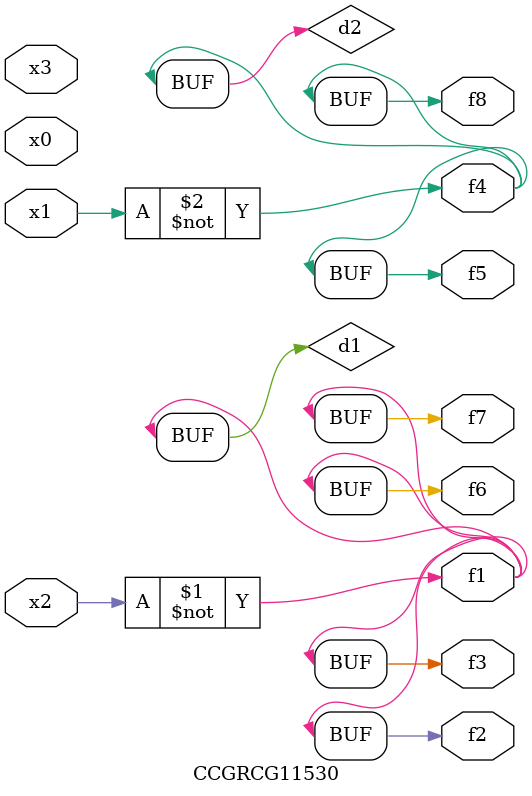
<source format=v>
module CCGRCG11530(
	input x0, x1, x2, x3,
	output f1, f2, f3, f4, f5, f6, f7, f8
);

	wire d1, d2;

	xnor (d1, x2);
	not (d2, x1);
	assign f1 = d1;
	assign f2 = d1;
	assign f3 = d1;
	assign f4 = d2;
	assign f5 = d2;
	assign f6 = d1;
	assign f7 = d1;
	assign f8 = d2;
endmodule

</source>
